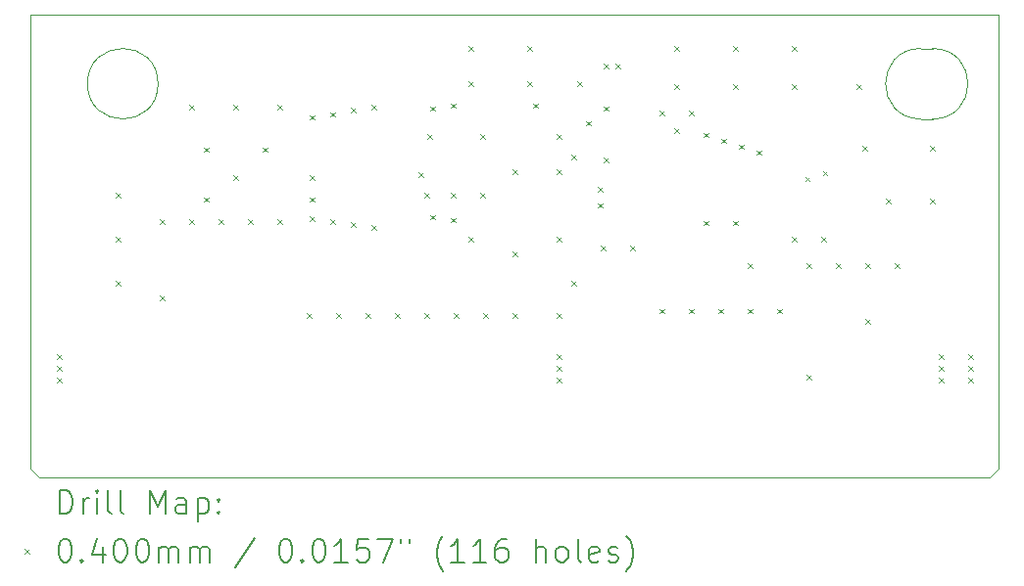
<source format=gbr>
%TF.GenerationSoftware,KiCad,Pcbnew,9.0.6*%
%TF.CreationDate,2025-12-11T13:31:38+05:00*%
%TF.ProjectId,SEGA-Simple-Cart,53454741-2d53-4696-9d70-6c652d436172,rev?*%
%TF.SameCoordinates,Original*%
%TF.FileFunction,Drillmap*%
%TF.FilePolarity,Positive*%
%FSLAX45Y45*%
G04 Gerber Fmt 4.5, Leading zero omitted, Abs format (unit mm)*
G04 Created by KiCad (PCBNEW 9.0.6) date 2025-12-11 13:31:38*
%MOMM*%
%LPD*%
G01*
G04 APERTURE LIST*
%ADD10C,0.100000*%
%ADD11C,0.200000*%
G04 APERTURE END LIST*
D10*
X11102340Y-5334000D02*
G75*
G02*
X11102340Y-5943600I0J-304800D01*
G01*
X11673840Y-5041900D02*
X11673840Y-8966200D01*
X4409440Y-5638800D02*
G75*
G02*
X3799840Y-5638800I-304800J0D01*
G01*
X3799840Y-5638800D02*
G75*
G02*
X4409440Y-5638800I304800J0D01*
G01*
X11597640Y-9042400D02*
X3380740Y-9042400D01*
X3304540Y-5041900D02*
X11673840Y-5041900D01*
X11000740Y-5943600D02*
G75*
G02*
X11000740Y-5334000I0J304800D01*
G01*
X11102340Y-5334000D02*
X11000740Y-5334000D01*
X3380740Y-9042400D02*
X3304540Y-8966200D01*
X11597640Y-9042400D02*
X11673840Y-8966200D01*
X3304540Y-8966200D02*
X3304540Y-5041900D01*
X11000740Y-5943600D02*
X11102340Y-5943600D01*
D11*
D10*
X3536000Y-7981000D02*
X3576000Y-8021000D01*
X3576000Y-7981000D02*
X3536000Y-8021000D01*
X3536000Y-8082600D02*
X3576000Y-8122600D01*
X3576000Y-8082600D02*
X3536000Y-8122600D01*
X3536000Y-8184200D02*
X3576000Y-8224200D01*
X3576000Y-8184200D02*
X3536000Y-8224200D01*
X4044000Y-6584000D02*
X4084000Y-6624000D01*
X4084000Y-6584000D02*
X4044000Y-6624000D01*
X4044000Y-6965000D02*
X4084000Y-7005000D01*
X4084000Y-6965000D02*
X4044000Y-7005000D01*
X4044000Y-7346000D02*
X4084000Y-7386000D01*
X4084000Y-7346000D02*
X4044000Y-7386000D01*
X4425000Y-6812600D02*
X4465000Y-6852600D01*
X4465000Y-6812600D02*
X4425000Y-6852600D01*
X4425000Y-7473000D02*
X4465000Y-7513000D01*
X4465000Y-7473000D02*
X4425000Y-7513000D01*
X4679000Y-5822000D02*
X4719000Y-5862000D01*
X4719000Y-5822000D02*
X4679000Y-5862000D01*
X4679000Y-6812600D02*
X4719000Y-6852600D01*
X4719000Y-6812600D02*
X4679000Y-6852600D01*
X4806000Y-6190300D02*
X4846000Y-6230300D01*
X4846000Y-6190300D02*
X4806000Y-6230300D01*
X4806000Y-6622100D02*
X4846000Y-6662100D01*
X4846000Y-6622100D02*
X4806000Y-6662100D01*
X4933000Y-6812600D02*
X4973000Y-6852600D01*
X4973000Y-6812600D02*
X4933000Y-6852600D01*
X5060000Y-5822000D02*
X5100000Y-5862000D01*
X5100000Y-5822000D02*
X5060000Y-5862000D01*
X5060000Y-6431600D02*
X5100000Y-6471600D01*
X5100000Y-6431600D02*
X5060000Y-6471600D01*
X5187000Y-6812600D02*
X5227000Y-6852600D01*
X5227000Y-6812600D02*
X5187000Y-6852600D01*
X5314000Y-6190300D02*
X5354000Y-6230300D01*
X5354000Y-6190300D02*
X5314000Y-6230300D01*
X5441000Y-5822000D02*
X5481000Y-5862000D01*
X5481000Y-5822000D02*
X5441000Y-5862000D01*
X5441000Y-6812600D02*
X5481000Y-6852600D01*
X5481000Y-6812600D02*
X5441000Y-6852600D01*
X5695000Y-7625400D02*
X5735000Y-7665400D01*
X5735000Y-7625400D02*
X5695000Y-7665400D01*
X5720400Y-5910900D02*
X5760400Y-5950900D01*
X5760400Y-5910900D02*
X5720400Y-5950900D01*
X5720400Y-6431600D02*
X5760400Y-6471600D01*
X5760400Y-6431600D02*
X5720400Y-6471600D01*
X5720400Y-6622100D02*
X5760400Y-6662100D01*
X5760400Y-6622100D02*
X5720400Y-6662100D01*
X5720400Y-6787200D02*
X5760400Y-6827200D01*
X5760400Y-6787200D02*
X5720400Y-6827200D01*
X5898200Y-5885500D02*
X5938200Y-5925500D01*
X5938200Y-5885500D02*
X5898200Y-5925500D01*
X5898200Y-6812600D02*
X5938200Y-6852600D01*
X5938200Y-6812600D02*
X5898200Y-6852600D01*
X5949000Y-7625400D02*
X5989000Y-7665400D01*
X5989000Y-7625400D02*
X5949000Y-7665400D01*
X6076000Y-5847400D02*
X6116000Y-5887400D01*
X6116000Y-5847400D02*
X6076000Y-5887400D01*
X6076000Y-6838000D02*
X6116000Y-6878000D01*
X6116000Y-6838000D02*
X6076000Y-6878000D01*
X6203000Y-7625400D02*
X6243000Y-7665400D01*
X6243000Y-7625400D02*
X6203000Y-7665400D01*
X6253800Y-5822000D02*
X6293800Y-5862000D01*
X6293800Y-5822000D02*
X6253800Y-5862000D01*
X6253800Y-6863400D02*
X6293800Y-6903400D01*
X6293800Y-6863400D02*
X6253800Y-6903400D01*
X6457000Y-7625400D02*
X6497000Y-7665400D01*
X6497000Y-7625400D02*
X6457000Y-7665400D01*
X6660200Y-6406200D02*
X6700200Y-6446200D01*
X6700200Y-6406200D02*
X6660200Y-6446200D01*
X6711000Y-6584000D02*
X6751000Y-6624000D01*
X6751000Y-6584000D02*
X6711000Y-6624000D01*
X6711000Y-7625400D02*
X6751000Y-7665400D01*
X6751000Y-7625400D02*
X6711000Y-7665400D01*
X6736400Y-6076000D02*
X6776400Y-6116000D01*
X6776400Y-6076000D02*
X6736400Y-6116000D01*
X6761800Y-5834700D02*
X6801800Y-5874700D01*
X6801800Y-5834700D02*
X6761800Y-5874700D01*
X6761800Y-6774500D02*
X6801800Y-6814500D01*
X6801800Y-6774500D02*
X6761800Y-6814500D01*
X6939600Y-5809300D02*
X6979600Y-5849300D01*
X6979600Y-5809300D02*
X6939600Y-5849300D01*
X6939600Y-6584000D02*
X6979600Y-6624000D01*
X6979600Y-6584000D02*
X6939600Y-6624000D01*
X6939600Y-6799900D02*
X6979600Y-6839900D01*
X6979600Y-6799900D02*
X6939600Y-6839900D01*
X6965000Y-7625400D02*
X7005000Y-7665400D01*
X7005000Y-7625400D02*
X6965000Y-7665400D01*
X7092000Y-5314000D02*
X7132000Y-5354000D01*
X7132000Y-5314000D02*
X7092000Y-5354000D01*
X7092000Y-5618800D02*
X7132000Y-5658800D01*
X7132000Y-5618800D02*
X7092000Y-5658800D01*
X7092000Y-6965000D02*
X7132000Y-7005000D01*
X7132000Y-6965000D02*
X7092000Y-7005000D01*
X7193600Y-6076000D02*
X7233600Y-6116000D01*
X7233600Y-6076000D02*
X7193600Y-6116000D01*
X7193600Y-6584000D02*
X7233600Y-6624000D01*
X7233600Y-6584000D02*
X7193600Y-6624000D01*
X7219000Y-7625400D02*
X7259000Y-7665400D01*
X7259000Y-7625400D02*
X7219000Y-7665400D01*
X7473000Y-6380800D02*
X7513000Y-6420800D01*
X7513000Y-6380800D02*
X7473000Y-6420800D01*
X7473000Y-7092000D02*
X7513000Y-7132000D01*
X7513000Y-7092000D02*
X7473000Y-7132000D01*
X7473000Y-7625400D02*
X7513000Y-7665400D01*
X7513000Y-7625400D02*
X7473000Y-7665400D01*
X7600000Y-5314000D02*
X7640000Y-5354000D01*
X7640000Y-5314000D02*
X7600000Y-5354000D01*
X7600000Y-5618800D02*
X7640000Y-5658800D01*
X7640000Y-5618800D02*
X7600000Y-5658800D01*
X7650800Y-5809300D02*
X7690800Y-5849300D01*
X7690800Y-5809300D02*
X7650800Y-5849300D01*
X7854000Y-6076000D02*
X7894000Y-6116000D01*
X7894000Y-6076000D02*
X7854000Y-6116000D01*
X7854000Y-6380800D02*
X7894000Y-6420800D01*
X7894000Y-6380800D02*
X7854000Y-6420800D01*
X7854000Y-6965000D02*
X7894000Y-7005000D01*
X7894000Y-6965000D02*
X7854000Y-7005000D01*
X7854000Y-7625400D02*
X7894000Y-7665400D01*
X7894000Y-7625400D02*
X7854000Y-7665400D01*
X7854000Y-7981000D02*
X7894000Y-8021000D01*
X7894000Y-7981000D02*
X7854000Y-8021000D01*
X7854000Y-8082600D02*
X7894000Y-8122600D01*
X7894000Y-8082600D02*
X7854000Y-8122600D01*
X7854000Y-8184200D02*
X7894000Y-8224200D01*
X7894000Y-8184200D02*
X7854000Y-8224200D01*
X7981000Y-6253800D02*
X8021000Y-6293800D01*
X8021000Y-6253800D02*
X7981000Y-6293800D01*
X7981000Y-7346000D02*
X8021000Y-7386000D01*
X8021000Y-7346000D02*
X7981000Y-7386000D01*
X8031800Y-5618800D02*
X8071800Y-5658800D01*
X8071800Y-5618800D02*
X8031800Y-5658800D01*
X8108000Y-5961700D02*
X8148000Y-6001700D01*
X8148000Y-5961700D02*
X8108000Y-6001700D01*
X8209600Y-6533200D02*
X8249600Y-6573200D01*
X8249600Y-6533200D02*
X8209600Y-6573200D01*
X8209600Y-6672900D02*
X8249600Y-6712900D01*
X8249600Y-6672900D02*
X8209600Y-6712900D01*
X8235000Y-7041200D02*
X8275000Y-7081200D01*
X8275000Y-7041200D02*
X8235000Y-7081200D01*
X8260400Y-5466400D02*
X8300400Y-5506400D01*
X8300400Y-5466400D02*
X8260400Y-5506400D01*
X8260400Y-5834700D02*
X8300400Y-5874700D01*
X8300400Y-5834700D02*
X8260400Y-5874700D01*
X8260400Y-6279200D02*
X8300400Y-6319200D01*
X8300400Y-6279200D02*
X8260400Y-6319200D01*
X8362000Y-5466400D02*
X8402000Y-5506400D01*
X8402000Y-5466400D02*
X8362000Y-5506400D01*
X8489000Y-7041200D02*
X8529000Y-7081200D01*
X8529000Y-7041200D02*
X8489000Y-7081200D01*
X8743000Y-5872800D02*
X8783000Y-5912800D01*
X8783000Y-5872800D02*
X8743000Y-5912800D01*
X8743000Y-7587300D02*
X8783000Y-7627300D01*
X8783000Y-7587300D02*
X8743000Y-7627300D01*
X8870000Y-5314000D02*
X8910000Y-5354000D01*
X8910000Y-5314000D02*
X8870000Y-5354000D01*
X8870000Y-5644200D02*
X8910000Y-5684200D01*
X8910000Y-5644200D02*
X8870000Y-5684200D01*
X8870000Y-6025200D02*
X8910000Y-6065200D01*
X8910000Y-6025200D02*
X8870000Y-6065200D01*
X8997000Y-5872800D02*
X9037000Y-5912800D01*
X9037000Y-5872800D02*
X8997000Y-5912800D01*
X8997000Y-7587300D02*
X9037000Y-7627300D01*
X9037000Y-7587300D02*
X8997000Y-7627300D01*
X9124000Y-6063300D02*
X9164000Y-6103300D01*
X9164000Y-6063300D02*
X9124000Y-6103300D01*
X9124000Y-6825300D02*
X9164000Y-6865300D01*
X9164000Y-6825300D02*
X9124000Y-6865300D01*
X9251000Y-7587300D02*
X9291000Y-7627300D01*
X9291000Y-7587300D02*
X9251000Y-7627300D01*
X9276400Y-6114100D02*
X9316400Y-6154100D01*
X9316400Y-6114100D02*
X9276400Y-6154100D01*
X9378000Y-5314000D02*
X9418000Y-5354000D01*
X9418000Y-5314000D02*
X9378000Y-5354000D01*
X9378000Y-5644200D02*
X9418000Y-5684200D01*
X9418000Y-5644200D02*
X9378000Y-5684200D01*
X9378000Y-6825300D02*
X9418000Y-6865300D01*
X9418000Y-6825300D02*
X9378000Y-6865300D01*
X9428800Y-6164900D02*
X9468800Y-6204900D01*
X9468800Y-6164900D02*
X9428800Y-6204900D01*
X9505000Y-7193600D02*
X9545000Y-7233600D01*
X9545000Y-7193600D02*
X9505000Y-7233600D01*
X9505000Y-7587300D02*
X9545000Y-7627300D01*
X9545000Y-7587300D02*
X9505000Y-7627300D01*
X9581200Y-6215700D02*
X9621200Y-6255700D01*
X9621200Y-6215700D02*
X9581200Y-6255700D01*
X9759000Y-7587300D02*
X9799000Y-7627300D01*
X9799000Y-7587300D02*
X9759000Y-7627300D01*
X9886000Y-5314000D02*
X9926000Y-5354000D01*
X9926000Y-5314000D02*
X9886000Y-5354000D01*
X9886000Y-5644200D02*
X9926000Y-5684200D01*
X9926000Y-5644200D02*
X9886000Y-5684200D01*
X9886000Y-6965000D02*
X9926000Y-7005000D01*
X9926000Y-6965000D02*
X9886000Y-7005000D01*
X10000300Y-6444300D02*
X10040300Y-6484300D01*
X10040300Y-6444300D02*
X10000300Y-6484300D01*
X10013000Y-7193600D02*
X10053000Y-7233600D01*
X10053000Y-7193600D02*
X10013000Y-7233600D01*
X10013000Y-8158800D02*
X10053000Y-8198800D01*
X10053000Y-8158800D02*
X10013000Y-8198800D01*
X10140000Y-6965000D02*
X10180000Y-7005000D01*
X10180000Y-6965000D02*
X10140000Y-7005000D01*
X10152700Y-6393500D02*
X10192700Y-6433500D01*
X10192700Y-6393500D02*
X10152700Y-6433500D01*
X10267000Y-7193600D02*
X10307000Y-7233600D01*
X10307000Y-7193600D02*
X10267000Y-7233600D01*
X10444800Y-5644200D02*
X10484800Y-5684200D01*
X10484800Y-5644200D02*
X10444800Y-5684200D01*
X10495600Y-6177600D02*
X10535600Y-6217600D01*
X10535600Y-6177600D02*
X10495600Y-6217600D01*
X10521000Y-7193600D02*
X10561000Y-7233600D01*
X10561000Y-7193600D02*
X10521000Y-7233600D01*
X10521000Y-7676200D02*
X10561000Y-7716200D01*
X10561000Y-7676200D02*
X10521000Y-7716200D01*
X10698800Y-6634800D02*
X10738800Y-6674800D01*
X10738800Y-6634800D02*
X10698800Y-6674800D01*
X10775000Y-7193600D02*
X10815000Y-7233600D01*
X10815000Y-7193600D02*
X10775000Y-7233600D01*
X11079800Y-6177600D02*
X11119800Y-6217600D01*
X11119800Y-6177600D02*
X11079800Y-6217600D01*
X11079800Y-6634800D02*
X11119800Y-6674800D01*
X11119800Y-6634800D02*
X11079800Y-6674800D01*
X11156000Y-7981000D02*
X11196000Y-8021000D01*
X11196000Y-7981000D02*
X11156000Y-8021000D01*
X11156000Y-8082600D02*
X11196000Y-8122600D01*
X11196000Y-8082600D02*
X11156000Y-8122600D01*
X11156000Y-8184200D02*
X11196000Y-8224200D01*
X11196000Y-8184200D02*
X11156000Y-8224200D01*
X11410000Y-7981000D02*
X11450000Y-8021000D01*
X11450000Y-7981000D02*
X11410000Y-8021000D01*
X11410000Y-8082600D02*
X11450000Y-8122600D01*
X11450000Y-8082600D02*
X11410000Y-8122600D01*
X11410000Y-8184200D02*
X11450000Y-8224200D01*
X11450000Y-8184200D02*
X11410000Y-8224200D01*
D11*
X3560317Y-9358884D02*
X3560317Y-9158884D01*
X3560317Y-9158884D02*
X3607936Y-9158884D01*
X3607936Y-9158884D02*
X3636507Y-9168408D01*
X3636507Y-9168408D02*
X3655555Y-9187455D01*
X3655555Y-9187455D02*
X3665079Y-9206503D01*
X3665079Y-9206503D02*
X3674602Y-9244598D01*
X3674602Y-9244598D02*
X3674602Y-9273170D01*
X3674602Y-9273170D02*
X3665079Y-9311265D01*
X3665079Y-9311265D02*
X3655555Y-9330312D01*
X3655555Y-9330312D02*
X3636507Y-9349360D01*
X3636507Y-9349360D02*
X3607936Y-9358884D01*
X3607936Y-9358884D02*
X3560317Y-9358884D01*
X3760317Y-9358884D02*
X3760317Y-9225550D01*
X3760317Y-9263646D02*
X3769841Y-9244598D01*
X3769841Y-9244598D02*
X3779364Y-9235074D01*
X3779364Y-9235074D02*
X3798412Y-9225550D01*
X3798412Y-9225550D02*
X3817460Y-9225550D01*
X3884126Y-9358884D02*
X3884126Y-9225550D01*
X3884126Y-9158884D02*
X3874602Y-9168408D01*
X3874602Y-9168408D02*
X3884126Y-9177931D01*
X3884126Y-9177931D02*
X3893650Y-9168408D01*
X3893650Y-9168408D02*
X3884126Y-9158884D01*
X3884126Y-9158884D02*
X3884126Y-9177931D01*
X4007936Y-9358884D02*
X3988888Y-9349360D01*
X3988888Y-9349360D02*
X3979364Y-9330312D01*
X3979364Y-9330312D02*
X3979364Y-9158884D01*
X4112698Y-9358884D02*
X4093650Y-9349360D01*
X4093650Y-9349360D02*
X4084126Y-9330312D01*
X4084126Y-9330312D02*
X4084126Y-9158884D01*
X4341269Y-9358884D02*
X4341269Y-9158884D01*
X4341269Y-9158884D02*
X4407936Y-9301741D01*
X4407936Y-9301741D02*
X4474603Y-9158884D01*
X4474603Y-9158884D02*
X4474603Y-9358884D01*
X4655555Y-9358884D02*
X4655555Y-9254122D01*
X4655555Y-9254122D02*
X4646031Y-9235074D01*
X4646031Y-9235074D02*
X4626984Y-9225550D01*
X4626984Y-9225550D02*
X4588888Y-9225550D01*
X4588888Y-9225550D02*
X4569841Y-9235074D01*
X4655555Y-9349360D02*
X4636507Y-9358884D01*
X4636507Y-9358884D02*
X4588888Y-9358884D01*
X4588888Y-9358884D02*
X4569841Y-9349360D01*
X4569841Y-9349360D02*
X4560317Y-9330312D01*
X4560317Y-9330312D02*
X4560317Y-9311265D01*
X4560317Y-9311265D02*
X4569841Y-9292217D01*
X4569841Y-9292217D02*
X4588888Y-9282693D01*
X4588888Y-9282693D02*
X4636507Y-9282693D01*
X4636507Y-9282693D02*
X4655555Y-9273170D01*
X4750793Y-9225550D02*
X4750793Y-9425550D01*
X4750793Y-9235074D02*
X4769841Y-9225550D01*
X4769841Y-9225550D02*
X4807936Y-9225550D01*
X4807936Y-9225550D02*
X4826984Y-9235074D01*
X4826984Y-9235074D02*
X4836507Y-9244598D01*
X4836507Y-9244598D02*
X4846031Y-9263646D01*
X4846031Y-9263646D02*
X4846031Y-9320789D01*
X4846031Y-9320789D02*
X4836507Y-9339836D01*
X4836507Y-9339836D02*
X4826984Y-9349360D01*
X4826984Y-9349360D02*
X4807936Y-9358884D01*
X4807936Y-9358884D02*
X4769841Y-9358884D01*
X4769841Y-9358884D02*
X4750793Y-9349360D01*
X4931745Y-9339836D02*
X4941269Y-9349360D01*
X4941269Y-9349360D02*
X4931745Y-9358884D01*
X4931745Y-9358884D02*
X4922222Y-9349360D01*
X4922222Y-9349360D02*
X4931745Y-9339836D01*
X4931745Y-9339836D02*
X4931745Y-9358884D01*
X4931745Y-9235074D02*
X4941269Y-9244598D01*
X4941269Y-9244598D02*
X4931745Y-9254122D01*
X4931745Y-9254122D02*
X4922222Y-9244598D01*
X4922222Y-9244598D02*
X4931745Y-9235074D01*
X4931745Y-9235074D02*
X4931745Y-9254122D01*
D10*
X3259540Y-9667400D02*
X3299540Y-9707400D01*
X3299540Y-9667400D02*
X3259540Y-9707400D01*
D11*
X3598412Y-9578884D02*
X3617460Y-9578884D01*
X3617460Y-9578884D02*
X3636507Y-9588408D01*
X3636507Y-9588408D02*
X3646031Y-9597931D01*
X3646031Y-9597931D02*
X3655555Y-9616979D01*
X3655555Y-9616979D02*
X3665079Y-9655074D01*
X3665079Y-9655074D02*
X3665079Y-9702693D01*
X3665079Y-9702693D02*
X3655555Y-9740789D01*
X3655555Y-9740789D02*
X3646031Y-9759836D01*
X3646031Y-9759836D02*
X3636507Y-9769360D01*
X3636507Y-9769360D02*
X3617460Y-9778884D01*
X3617460Y-9778884D02*
X3598412Y-9778884D01*
X3598412Y-9778884D02*
X3579364Y-9769360D01*
X3579364Y-9769360D02*
X3569841Y-9759836D01*
X3569841Y-9759836D02*
X3560317Y-9740789D01*
X3560317Y-9740789D02*
X3550793Y-9702693D01*
X3550793Y-9702693D02*
X3550793Y-9655074D01*
X3550793Y-9655074D02*
X3560317Y-9616979D01*
X3560317Y-9616979D02*
X3569841Y-9597931D01*
X3569841Y-9597931D02*
X3579364Y-9588408D01*
X3579364Y-9588408D02*
X3598412Y-9578884D01*
X3750793Y-9759836D02*
X3760317Y-9769360D01*
X3760317Y-9769360D02*
X3750793Y-9778884D01*
X3750793Y-9778884D02*
X3741269Y-9769360D01*
X3741269Y-9769360D02*
X3750793Y-9759836D01*
X3750793Y-9759836D02*
X3750793Y-9778884D01*
X3931745Y-9645550D02*
X3931745Y-9778884D01*
X3884126Y-9569360D02*
X3836507Y-9712217D01*
X3836507Y-9712217D02*
X3960317Y-9712217D01*
X4074602Y-9578884D02*
X4093650Y-9578884D01*
X4093650Y-9578884D02*
X4112698Y-9588408D01*
X4112698Y-9588408D02*
X4122222Y-9597931D01*
X4122222Y-9597931D02*
X4131745Y-9616979D01*
X4131745Y-9616979D02*
X4141269Y-9655074D01*
X4141269Y-9655074D02*
X4141269Y-9702693D01*
X4141269Y-9702693D02*
X4131745Y-9740789D01*
X4131745Y-9740789D02*
X4122222Y-9759836D01*
X4122222Y-9759836D02*
X4112698Y-9769360D01*
X4112698Y-9769360D02*
X4093650Y-9778884D01*
X4093650Y-9778884D02*
X4074602Y-9778884D01*
X4074602Y-9778884D02*
X4055555Y-9769360D01*
X4055555Y-9769360D02*
X4046031Y-9759836D01*
X4046031Y-9759836D02*
X4036507Y-9740789D01*
X4036507Y-9740789D02*
X4026983Y-9702693D01*
X4026983Y-9702693D02*
X4026983Y-9655074D01*
X4026983Y-9655074D02*
X4036507Y-9616979D01*
X4036507Y-9616979D02*
X4046031Y-9597931D01*
X4046031Y-9597931D02*
X4055555Y-9588408D01*
X4055555Y-9588408D02*
X4074602Y-9578884D01*
X4265079Y-9578884D02*
X4284126Y-9578884D01*
X4284126Y-9578884D02*
X4303174Y-9588408D01*
X4303174Y-9588408D02*
X4312698Y-9597931D01*
X4312698Y-9597931D02*
X4322222Y-9616979D01*
X4322222Y-9616979D02*
X4331745Y-9655074D01*
X4331745Y-9655074D02*
X4331745Y-9702693D01*
X4331745Y-9702693D02*
X4322222Y-9740789D01*
X4322222Y-9740789D02*
X4312698Y-9759836D01*
X4312698Y-9759836D02*
X4303174Y-9769360D01*
X4303174Y-9769360D02*
X4284126Y-9778884D01*
X4284126Y-9778884D02*
X4265079Y-9778884D01*
X4265079Y-9778884D02*
X4246031Y-9769360D01*
X4246031Y-9769360D02*
X4236507Y-9759836D01*
X4236507Y-9759836D02*
X4226984Y-9740789D01*
X4226984Y-9740789D02*
X4217460Y-9702693D01*
X4217460Y-9702693D02*
X4217460Y-9655074D01*
X4217460Y-9655074D02*
X4226984Y-9616979D01*
X4226984Y-9616979D02*
X4236507Y-9597931D01*
X4236507Y-9597931D02*
X4246031Y-9588408D01*
X4246031Y-9588408D02*
X4265079Y-9578884D01*
X4417460Y-9778884D02*
X4417460Y-9645550D01*
X4417460Y-9664598D02*
X4426984Y-9655074D01*
X4426984Y-9655074D02*
X4446031Y-9645550D01*
X4446031Y-9645550D02*
X4474603Y-9645550D01*
X4474603Y-9645550D02*
X4493650Y-9655074D01*
X4493650Y-9655074D02*
X4503174Y-9674122D01*
X4503174Y-9674122D02*
X4503174Y-9778884D01*
X4503174Y-9674122D02*
X4512698Y-9655074D01*
X4512698Y-9655074D02*
X4531745Y-9645550D01*
X4531745Y-9645550D02*
X4560317Y-9645550D01*
X4560317Y-9645550D02*
X4579365Y-9655074D01*
X4579365Y-9655074D02*
X4588888Y-9674122D01*
X4588888Y-9674122D02*
X4588888Y-9778884D01*
X4684126Y-9778884D02*
X4684126Y-9645550D01*
X4684126Y-9664598D02*
X4693650Y-9655074D01*
X4693650Y-9655074D02*
X4712698Y-9645550D01*
X4712698Y-9645550D02*
X4741269Y-9645550D01*
X4741269Y-9645550D02*
X4760317Y-9655074D01*
X4760317Y-9655074D02*
X4769841Y-9674122D01*
X4769841Y-9674122D02*
X4769841Y-9778884D01*
X4769841Y-9674122D02*
X4779365Y-9655074D01*
X4779365Y-9655074D02*
X4798412Y-9645550D01*
X4798412Y-9645550D02*
X4826984Y-9645550D01*
X4826984Y-9645550D02*
X4846031Y-9655074D01*
X4846031Y-9655074D02*
X4855555Y-9674122D01*
X4855555Y-9674122D02*
X4855555Y-9778884D01*
X5246031Y-9569360D02*
X5074603Y-9826503D01*
X5503174Y-9578884D02*
X5522222Y-9578884D01*
X5522222Y-9578884D02*
X5541269Y-9588408D01*
X5541269Y-9588408D02*
X5550793Y-9597931D01*
X5550793Y-9597931D02*
X5560317Y-9616979D01*
X5560317Y-9616979D02*
X5569841Y-9655074D01*
X5569841Y-9655074D02*
X5569841Y-9702693D01*
X5569841Y-9702693D02*
X5560317Y-9740789D01*
X5560317Y-9740789D02*
X5550793Y-9759836D01*
X5550793Y-9759836D02*
X5541269Y-9769360D01*
X5541269Y-9769360D02*
X5522222Y-9778884D01*
X5522222Y-9778884D02*
X5503174Y-9778884D01*
X5503174Y-9778884D02*
X5484127Y-9769360D01*
X5484127Y-9769360D02*
X5474603Y-9759836D01*
X5474603Y-9759836D02*
X5465079Y-9740789D01*
X5465079Y-9740789D02*
X5455555Y-9702693D01*
X5455555Y-9702693D02*
X5455555Y-9655074D01*
X5455555Y-9655074D02*
X5465079Y-9616979D01*
X5465079Y-9616979D02*
X5474603Y-9597931D01*
X5474603Y-9597931D02*
X5484127Y-9588408D01*
X5484127Y-9588408D02*
X5503174Y-9578884D01*
X5655555Y-9759836D02*
X5665079Y-9769360D01*
X5665079Y-9769360D02*
X5655555Y-9778884D01*
X5655555Y-9778884D02*
X5646031Y-9769360D01*
X5646031Y-9769360D02*
X5655555Y-9759836D01*
X5655555Y-9759836D02*
X5655555Y-9778884D01*
X5788888Y-9578884D02*
X5807936Y-9578884D01*
X5807936Y-9578884D02*
X5826984Y-9588408D01*
X5826984Y-9588408D02*
X5836507Y-9597931D01*
X5836507Y-9597931D02*
X5846031Y-9616979D01*
X5846031Y-9616979D02*
X5855555Y-9655074D01*
X5855555Y-9655074D02*
X5855555Y-9702693D01*
X5855555Y-9702693D02*
X5846031Y-9740789D01*
X5846031Y-9740789D02*
X5836507Y-9759836D01*
X5836507Y-9759836D02*
X5826984Y-9769360D01*
X5826984Y-9769360D02*
X5807936Y-9778884D01*
X5807936Y-9778884D02*
X5788888Y-9778884D01*
X5788888Y-9778884D02*
X5769841Y-9769360D01*
X5769841Y-9769360D02*
X5760317Y-9759836D01*
X5760317Y-9759836D02*
X5750793Y-9740789D01*
X5750793Y-9740789D02*
X5741269Y-9702693D01*
X5741269Y-9702693D02*
X5741269Y-9655074D01*
X5741269Y-9655074D02*
X5750793Y-9616979D01*
X5750793Y-9616979D02*
X5760317Y-9597931D01*
X5760317Y-9597931D02*
X5769841Y-9588408D01*
X5769841Y-9588408D02*
X5788888Y-9578884D01*
X6046031Y-9778884D02*
X5931746Y-9778884D01*
X5988888Y-9778884D02*
X5988888Y-9578884D01*
X5988888Y-9578884D02*
X5969841Y-9607455D01*
X5969841Y-9607455D02*
X5950793Y-9626503D01*
X5950793Y-9626503D02*
X5931746Y-9636027D01*
X6226984Y-9578884D02*
X6131746Y-9578884D01*
X6131746Y-9578884D02*
X6122222Y-9674122D01*
X6122222Y-9674122D02*
X6131746Y-9664598D01*
X6131746Y-9664598D02*
X6150793Y-9655074D01*
X6150793Y-9655074D02*
X6198412Y-9655074D01*
X6198412Y-9655074D02*
X6217460Y-9664598D01*
X6217460Y-9664598D02*
X6226984Y-9674122D01*
X6226984Y-9674122D02*
X6236507Y-9693170D01*
X6236507Y-9693170D02*
X6236507Y-9740789D01*
X6236507Y-9740789D02*
X6226984Y-9759836D01*
X6226984Y-9759836D02*
X6217460Y-9769360D01*
X6217460Y-9769360D02*
X6198412Y-9778884D01*
X6198412Y-9778884D02*
X6150793Y-9778884D01*
X6150793Y-9778884D02*
X6131746Y-9769360D01*
X6131746Y-9769360D02*
X6122222Y-9759836D01*
X6303174Y-9578884D02*
X6436507Y-9578884D01*
X6436507Y-9578884D02*
X6350793Y-9778884D01*
X6503174Y-9578884D02*
X6503174Y-9616979D01*
X6579365Y-9578884D02*
X6579365Y-9616979D01*
X6874603Y-9855074D02*
X6865079Y-9845550D01*
X6865079Y-9845550D02*
X6846031Y-9816979D01*
X6846031Y-9816979D02*
X6836508Y-9797931D01*
X6836508Y-9797931D02*
X6826984Y-9769360D01*
X6826984Y-9769360D02*
X6817460Y-9721741D01*
X6817460Y-9721741D02*
X6817460Y-9683646D01*
X6817460Y-9683646D02*
X6826984Y-9636027D01*
X6826984Y-9636027D02*
X6836508Y-9607455D01*
X6836508Y-9607455D02*
X6846031Y-9588408D01*
X6846031Y-9588408D02*
X6865079Y-9559836D01*
X6865079Y-9559836D02*
X6874603Y-9550312D01*
X7055555Y-9778884D02*
X6941269Y-9778884D01*
X6998412Y-9778884D02*
X6998412Y-9578884D01*
X6998412Y-9578884D02*
X6979365Y-9607455D01*
X6979365Y-9607455D02*
X6960317Y-9626503D01*
X6960317Y-9626503D02*
X6941269Y-9636027D01*
X7246031Y-9778884D02*
X7131746Y-9778884D01*
X7188888Y-9778884D02*
X7188888Y-9578884D01*
X7188888Y-9578884D02*
X7169841Y-9607455D01*
X7169841Y-9607455D02*
X7150793Y-9626503D01*
X7150793Y-9626503D02*
X7131746Y-9636027D01*
X7417460Y-9578884D02*
X7379365Y-9578884D01*
X7379365Y-9578884D02*
X7360317Y-9588408D01*
X7360317Y-9588408D02*
X7350793Y-9597931D01*
X7350793Y-9597931D02*
X7331746Y-9626503D01*
X7331746Y-9626503D02*
X7322222Y-9664598D01*
X7322222Y-9664598D02*
X7322222Y-9740789D01*
X7322222Y-9740789D02*
X7331746Y-9759836D01*
X7331746Y-9759836D02*
X7341269Y-9769360D01*
X7341269Y-9769360D02*
X7360317Y-9778884D01*
X7360317Y-9778884D02*
X7398412Y-9778884D01*
X7398412Y-9778884D02*
X7417460Y-9769360D01*
X7417460Y-9769360D02*
X7426984Y-9759836D01*
X7426984Y-9759836D02*
X7436508Y-9740789D01*
X7436508Y-9740789D02*
X7436508Y-9693170D01*
X7436508Y-9693170D02*
X7426984Y-9674122D01*
X7426984Y-9674122D02*
X7417460Y-9664598D01*
X7417460Y-9664598D02*
X7398412Y-9655074D01*
X7398412Y-9655074D02*
X7360317Y-9655074D01*
X7360317Y-9655074D02*
X7341269Y-9664598D01*
X7341269Y-9664598D02*
X7331746Y-9674122D01*
X7331746Y-9674122D02*
X7322222Y-9693170D01*
X7674603Y-9778884D02*
X7674603Y-9578884D01*
X7760317Y-9778884D02*
X7760317Y-9674122D01*
X7760317Y-9674122D02*
X7750793Y-9655074D01*
X7750793Y-9655074D02*
X7731746Y-9645550D01*
X7731746Y-9645550D02*
X7703174Y-9645550D01*
X7703174Y-9645550D02*
X7684127Y-9655074D01*
X7684127Y-9655074D02*
X7674603Y-9664598D01*
X7884127Y-9778884D02*
X7865079Y-9769360D01*
X7865079Y-9769360D02*
X7855555Y-9759836D01*
X7855555Y-9759836D02*
X7846031Y-9740789D01*
X7846031Y-9740789D02*
X7846031Y-9683646D01*
X7846031Y-9683646D02*
X7855555Y-9664598D01*
X7855555Y-9664598D02*
X7865079Y-9655074D01*
X7865079Y-9655074D02*
X7884127Y-9645550D01*
X7884127Y-9645550D02*
X7912698Y-9645550D01*
X7912698Y-9645550D02*
X7931746Y-9655074D01*
X7931746Y-9655074D02*
X7941270Y-9664598D01*
X7941270Y-9664598D02*
X7950793Y-9683646D01*
X7950793Y-9683646D02*
X7950793Y-9740789D01*
X7950793Y-9740789D02*
X7941270Y-9759836D01*
X7941270Y-9759836D02*
X7931746Y-9769360D01*
X7931746Y-9769360D02*
X7912698Y-9778884D01*
X7912698Y-9778884D02*
X7884127Y-9778884D01*
X8065079Y-9778884D02*
X8046031Y-9769360D01*
X8046031Y-9769360D02*
X8036508Y-9750312D01*
X8036508Y-9750312D02*
X8036508Y-9578884D01*
X8217460Y-9769360D02*
X8198412Y-9778884D01*
X8198412Y-9778884D02*
X8160317Y-9778884D01*
X8160317Y-9778884D02*
X8141270Y-9769360D01*
X8141270Y-9769360D02*
X8131746Y-9750312D01*
X8131746Y-9750312D02*
X8131746Y-9674122D01*
X8131746Y-9674122D02*
X8141270Y-9655074D01*
X8141270Y-9655074D02*
X8160317Y-9645550D01*
X8160317Y-9645550D02*
X8198412Y-9645550D01*
X8198412Y-9645550D02*
X8217460Y-9655074D01*
X8217460Y-9655074D02*
X8226984Y-9674122D01*
X8226984Y-9674122D02*
X8226984Y-9693170D01*
X8226984Y-9693170D02*
X8131746Y-9712217D01*
X8303174Y-9769360D02*
X8322222Y-9778884D01*
X8322222Y-9778884D02*
X8360317Y-9778884D01*
X8360317Y-9778884D02*
X8379365Y-9769360D01*
X8379365Y-9769360D02*
X8388889Y-9750312D01*
X8388889Y-9750312D02*
X8388889Y-9740789D01*
X8388889Y-9740789D02*
X8379365Y-9721741D01*
X8379365Y-9721741D02*
X8360317Y-9712217D01*
X8360317Y-9712217D02*
X8331746Y-9712217D01*
X8331746Y-9712217D02*
X8312698Y-9702693D01*
X8312698Y-9702693D02*
X8303174Y-9683646D01*
X8303174Y-9683646D02*
X8303174Y-9674122D01*
X8303174Y-9674122D02*
X8312698Y-9655074D01*
X8312698Y-9655074D02*
X8331746Y-9645550D01*
X8331746Y-9645550D02*
X8360317Y-9645550D01*
X8360317Y-9645550D02*
X8379365Y-9655074D01*
X8455555Y-9855074D02*
X8465079Y-9845550D01*
X8465079Y-9845550D02*
X8484127Y-9816979D01*
X8484127Y-9816979D02*
X8493651Y-9797931D01*
X8493651Y-9797931D02*
X8503174Y-9769360D01*
X8503174Y-9769360D02*
X8512698Y-9721741D01*
X8512698Y-9721741D02*
X8512698Y-9683646D01*
X8512698Y-9683646D02*
X8503174Y-9636027D01*
X8503174Y-9636027D02*
X8493651Y-9607455D01*
X8493651Y-9607455D02*
X8484127Y-9588408D01*
X8484127Y-9588408D02*
X8465079Y-9559836D01*
X8465079Y-9559836D02*
X8455555Y-9550312D01*
M02*

</source>
